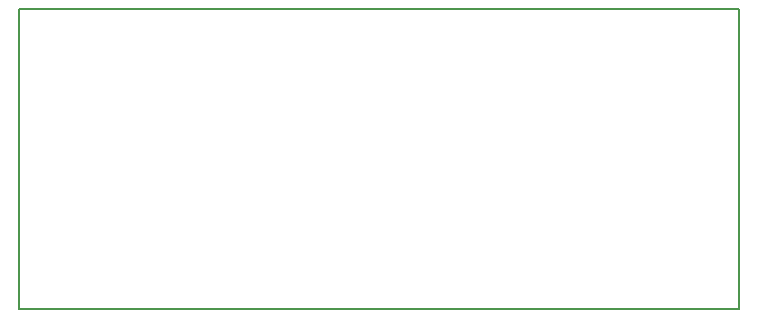
<source format=gbr>
G04 #@! TF.GenerationSoftware,KiCad,Pcbnew,(5.0.2)-1*
G04 #@! TF.CreationDate,2020-05-24T20:53:21+05:30*
G04 #@! TF.ProjectId,555 Timer LED Flasher,35353520-5469-46d6-9572-204c45442046,V1.0*
G04 #@! TF.SameCoordinates,Original*
G04 #@! TF.FileFunction,Profile,NP*
%FSLAX46Y46*%
G04 Gerber Fmt 4.6, Leading zero omitted, Abs format (unit mm)*
G04 Created by KiCad (PCBNEW (5.0.2)-1) date 05/24/20 20:53:21*
%MOMM*%
%LPD*%
G01*
G04 APERTURE LIST*
%ADD10C,0.150000*%
G04 APERTURE END LIST*
D10*
X117336979Y-86650983D02*
X178296979Y-86650983D01*
X117336979Y-112050983D02*
X117336979Y-86650983D01*
X178296979Y-112050983D02*
X117336979Y-112050983D01*
X178296979Y-86650983D02*
X178296979Y-112050983D01*
M02*

</source>
